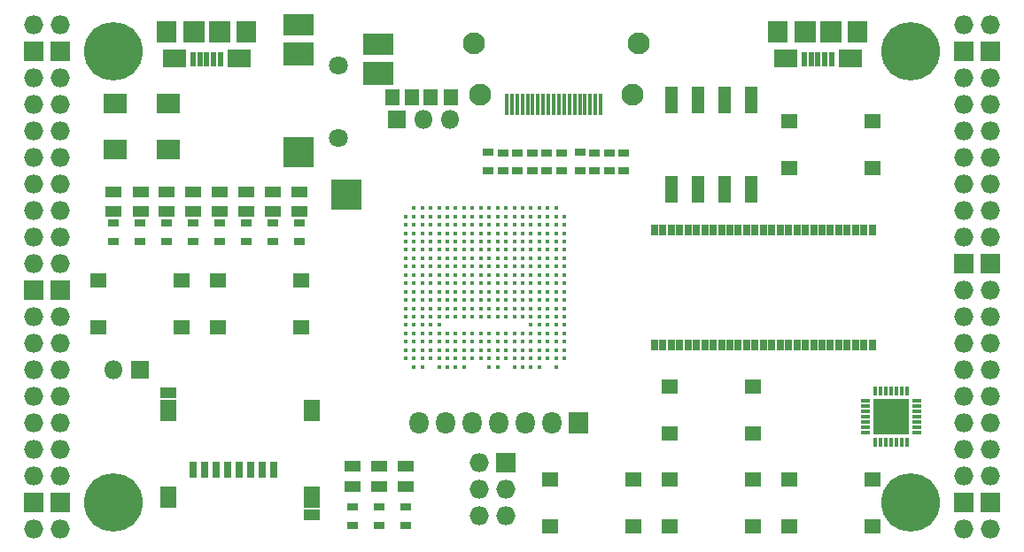
<source format=gts>
G04 #@! TF.GenerationSoftware,KiCad,Pcbnew,5.0.0-rc3+dfsg1-1*
G04 #@! TF.CreationDate,2018-07-07T16:08:11+02:00*
G04 #@! TF.ProjectId,ulx3s,756C7833732E6B696361645F70636200,rev?*
G04 #@! TF.SameCoordinates,Original*
G04 #@! TF.FileFunction,Soldermask,Top*
G04 #@! TF.FilePolarity,Negative*
%FSLAX46Y46*%
G04 Gerber Fmt 4.6, Leading zero omitted, Abs format (unit mm)*
G04 Created by KiCad (PCBNEW 5.0.0-rc3+dfsg1-1) date Sat Jul  7 16:08:11 2018*
%MOMM*%
%LPD*%
G01*
G04 APERTURE LIST*
%ADD10R,0.400000X2.000000*%
%ADD11C,2.100000*%
%ADD12R,1.220000X2.540000*%
%ADD13R,0.660000X1.000000*%
%ADD14O,1.827200X1.827200*%
%ADD15R,1.827200X1.827200*%
%ADD16C,5.600000*%
%ADD17O,0.950000X0.400000*%
%ADD18O,0.400000X0.950000*%
%ADD19R,1.775000X1.775000*%
%ADD20R,1.827200X2.132000*%
%ADD21O,1.827200X2.132000*%
%ADD22C,0.430000*%
%ADD23R,2.900000X2.100000*%
%ADD24R,2.900000X2.300000*%
%ADD25R,2.900000X2.900000*%
%ADD26C,1.800000*%
%ADD27R,0.800000X1.600000*%
%ADD28R,1.550000X1.000000*%
%ADD29R,1.550000X2.100000*%
%ADD30R,2.300000X1.900000*%
%ADD31R,1.100000X0.770000*%
%ADD32R,1.600000X1.070000*%
%ADD33R,1.800000X1.800000*%
%ADD34O,1.800000X1.800000*%
%ADD35R,1.395000X1.500000*%
%ADD36R,1.900000X2.000000*%
%ADD37R,0.500000X1.450000*%
%ADD38R,2.000000X2.000000*%
%ADD39R,2.200000X1.700000*%
%ADD40R,1.650000X1.400000*%
G04 APERTURE END LIST*
D10*
G04 #@! TO.C,GPDI1*
X149546000Y-70312000D03*
X149046000Y-70312000D03*
X148546000Y-70312000D03*
X148046000Y-70312000D03*
X147546000Y-70312000D03*
X147046000Y-70312000D03*
X146546000Y-70312000D03*
X146046000Y-70312000D03*
X145546000Y-70312000D03*
X145046000Y-70312000D03*
X144546000Y-70312000D03*
X144046000Y-70312000D03*
X143546000Y-70312000D03*
X143046000Y-70312000D03*
X142546000Y-70312000D03*
X142046000Y-70312000D03*
X141546000Y-70312000D03*
X141046000Y-70312000D03*
X140546000Y-70312000D03*
D11*
X152546000Y-69312000D03*
X138046000Y-69312000D03*
X153146000Y-64412000D03*
X137446000Y-64412000D03*
G04 #@! TD*
D12*
G04 #@! TO.C,SW1*
X156330000Y-69815000D03*
X163950000Y-78425000D03*
X158870000Y-69815000D03*
X161410000Y-78425000D03*
X161410000Y-69815000D03*
X158870000Y-78425000D03*
X163950000Y-69815000D03*
X156330000Y-78425000D03*
G04 #@! TD*
D13*
G04 #@! TO.C,U2*
X175493000Y-82270000D03*
X154693000Y-93330000D03*
X155493000Y-93330000D03*
X156293000Y-93330000D03*
X157093000Y-93330000D03*
X157893000Y-93330000D03*
X158693000Y-93330000D03*
X159493000Y-93330000D03*
X160293000Y-93330000D03*
X161093000Y-93330000D03*
X161893000Y-93330000D03*
X162693000Y-93330000D03*
X163493000Y-93330000D03*
X164293000Y-93330000D03*
X165093000Y-93330000D03*
X165893000Y-93330000D03*
X166693000Y-93330000D03*
X167493000Y-93330000D03*
X168293000Y-93330000D03*
X169093000Y-93330000D03*
X169893000Y-93330000D03*
X170693000Y-93330000D03*
X171493000Y-93330000D03*
X172293000Y-93330000D03*
X173093000Y-93330000D03*
X173893000Y-93330000D03*
X174693000Y-93330000D03*
X175493000Y-93330000D03*
X174693000Y-82270000D03*
X173893000Y-82270000D03*
X173093000Y-82270000D03*
X172293000Y-82270000D03*
X171493000Y-82270000D03*
X170693000Y-82270000D03*
X169893000Y-82270000D03*
X169093000Y-82270000D03*
X168293000Y-82270000D03*
X167493000Y-82270000D03*
X166693000Y-82270000D03*
X165893000Y-82270000D03*
X165093000Y-82270000D03*
X164293000Y-82270000D03*
X163493000Y-82270000D03*
X162693000Y-82270000D03*
X161893000Y-82270000D03*
X161093000Y-82270000D03*
X160293000Y-82270000D03*
X159493000Y-82270000D03*
X158693000Y-82270000D03*
X157893000Y-82270000D03*
X157093000Y-82270000D03*
X156293000Y-82270000D03*
X155493000Y-82270000D03*
X154693000Y-82270000D03*
G04 #@! TD*
D14*
G04 #@! TO.C,J1*
X97910000Y-62690000D03*
X95370000Y-62690000D03*
D15*
X97910000Y-65230000D03*
X95370000Y-65230000D03*
D14*
X97910000Y-67770000D03*
X95370000Y-67770000D03*
X97910000Y-70310000D03*
X95370000Y-70310000D03*
X97910000Y-72850000D03*
X95370000Y-72850000D03*
X97910000Y-75390000D03*
X95370000Y-75390000D03*
X97910000Y-77930000D03*
X95370000Y-77930000D03*
X97910000Y-80470000D03*
X95370000Y-80470000D03*
X97910000Y-83010000D03*
X95370000Y-83010000D03*
X97910000Y-85550000D03*
X95370000Y-85550000D03*
D15*
X97910000Y-88090000D03*
X95370000Y-88090000D03*
D14*
X97910000Y-90630000D03*
X95370000Y-90630000D03*
X97910000Y-93170000D03*
X95370000Y-93170000D03*
X97910000Y-95710000D03*
X95370000Y-95710000D03*
X97910000Y-98250000D03*
X95370000Y-98250000D03*
X97910000Y-100790000D03*
X95370000Y-100790000D03*
X97910000Y-103330000D03*
X95370000Y-103330000D03*
X97910000Y-105870000D03*
X95370000Y-105870000D03*
D15*
X97910000Y-108410000D03*
X95370000Y-108410000D03*
D14*
X97910000Y-110950000D03*
X95370000Y-110950000D03*
G04 #@! TD*
G04 #@! TO.C,J2*
X184270000Y-110950000D03*
X186810000Y-110950000D03*
D15*
X184270000Y-108410000D03*
X186810000Y-108410000D03*
D14*
X184270000Y-105870000D03*
X186810000Y-105870000D03*
X184270000Y-103330000D03*
X186810000Y-103330000D03*
X184270000Y-100790000D03*
X186810000Y-100790000D03*
X184270000Y-98250000D03*
X186810000Y-98250000D03*
X184270000Y-95710000D03*
X186810000Y-95710000D03*
X184270000Y-93170000D03*
X186810000Y-93170000D03*
X184270000Y-90630000D03*
X186810000Y-90630000D03*
X184270000Y-88090000D03*
X186810000Y-88090000D03*
D15*
X184270000Y-85550000D03*
X186810000Y-85550000D03*
D14*
X184270000Y-83010000D03*
X186810000Y-83010000D03*
X184270000Y-80470000D03*
X186810000Y-80470000D03*
X184270000Y-77930000D03*
X186810000Y-77930000D03*
X184270000Y-75390000D03*
X186810000Y-75390000D03*
X184270000Y-72850000D03*
X186810000Y-72850000D03*
X184270000Y-70310000D03*
X186810000Y-70310000D03*
X184270000Y-67770000D03*
X186810000Y-67770000D03*
D15*
X184270000Y-65230000D03*
X186810000Y-65230000D03*
D14*
X184270000Y-62690000D03*
X186810000Y-62690000D03*
G04 #@! TD*
D16*
G04 #@! TO.C,H1*
X102990000Y-108410000D03*
G04 #@! TD*
G04 #@! TO.C,H2*
X179190000Y-108410000D03*
G04 #@! TD*
G04 #@! TO.C,H3*
X179190000Y-65230000D03*
G04 #@! TD*
G04 #@! TO.C,H4*
X102990000Y-65230000D03*
G04 #@! TD*
D15*
G04 #@! TO.C,J4*
X140455000Y-104600000D03*
D14*
X137915000Y-104600000D03*
X140455000Y-107140000D03*
X137915000Y-107140000D03*
X140455000Y-109680000D03*
X137915000Y-109680000D03*
G04 #@! TD*
D17*
G04 #@! TO.C,U8*
X179735000Y-101655000D03*
X179735000Y-101155000D03*
X179735000Y-100655000D03*
X179735000Y-100155000D03*
X179735000Y-99655000D03*
X179735000Y-99155000D03*
X179735000Y-98655000D03*
D18*
X178785000Y-97705000D03*
X178285000Y-97705000D03*
X177785000Y-97705000D03*
X177285000Y-97705000D03*
X176785000Y-97705000D03*
X176285000Y-97705000D03*
X175785000Y-97705000D03*
D17*
X174835000Y-98655000D03*
X174835000Y-99155000D03*
X174835000Y-99655000D03*
X174835000Y-100155000D03*
X174835000Y-100655000D03*
X174835000Y-101155000D03*
X174835000Y-101655000D03*
D18*
X175785000Y-102605000D03*
X176285000Y-102605000D03*
X176785000Y-102605000D03*
X177285000Y-102605000D03*
X177785000Y-102605000D03*
X178285000Y-102605000D03*
X178785000Y-102605000D03*
D19*
X176447500Y-99317500D03*
X176447500Y-100992500D03*
X178122500Y-99317500D03*
X178122500Y-100992500D03*
G04 #@! TD*
D20*
G04 #@! TO.C,OLED1*
X147440000Y-100790000D03*
D21*
X144900000Y-100790000D03*
X142360000Y-100790000D03*
X139820000Y-100790000D03*
X137280000Y-100790000D03*
X134740000Y-100790000D03*
X132200000Y-100790000D03*
G04 #@! TD*
D22*
G04 #@! TO.C,U1*
X131680000Y-80200000D03*
X132480000Y-80200000D03*
X133280000Y-80200000D03*
X134080000Y-80200000D03*
X134880000Y-80200000D03*
X135680000Y-80200000D03*
X136480000Y-80200000D03*
X137280000Y-80200000D03*
X138080000Y-80200000D03*
X138880000Y-80200000D03*
X139680000Y-80200000D03*
X140480000Y-80200000D03*
X141280000Y-80200000D03*
X142080000Y-80200000D03*
X142880000Y-80200000D03*
X143680000Y-80200000D03*
X144480000Y-80200000D03*
X145280000Y-80200000D03*
X130880000Y-81000000D03*
X131680000Y-81000000D03*
X132480000Y-81000000D03*
X133280000Y-81000000D03*
X134080000Y-81000000D03*
X134880000Y-81000000D03*
X135680000Y-81000000D03*
X136480000Y-81000000D03*
X137280000Y-81000000D03*
X138080000Y-81000000D03*
X138880000Y-81000000D03*
X139680000Y-81000000D03*
X140480000Y-81000000D03*
X141280000Y-81000000D03*
X142080000Y-81000000D03*
X142880000Y-81000000D03*
X143680000Y-81000000D03*
X144480000Y-81000000D03*
X145280000Y-81000000D03*
X146080000Y-81000000D03*
X130880000Y-81800000D03*
X131680000Y-81800000D03*
X132480000Y-81800000D03*
X133280000Y-81800000D03*
X134080000Y-81800000D03*
X134880000Y-81800000D03*
X135680000Y-81800000D03*
X136480000Y-81800000D03*
X137280000Y-81800000D03*
X138080000Y-81800000D03*
X138880000Y-81800000D03*
X139680000Y-81800000D03*
X140480000Y-81800000D03*
X141280000Y-81800000D03*
X142080000Y-81800000D03*
X142880000Y-81800000D03*
X143680000Y-81800000D03*
X144480000Y-81800000D03*
X145280000Y-81800000D03*
X146080000Y-81800000D03*
X130880000Y-82600000D03*
X131680000Y-82600000D03*
X132480000Y-82600000D03*
X133280000Y-82600000D03*
X134080000Y-82600000D03*
X134880000Y-82600000D03*
X135680000Y-82600000D03*
X136480000Y-82600000D03*
X137280000Y-82600000D03*
X138080000Y-82600000D03*
X138880000Y-82600000D03*
X139680000Y-82600000D03*
X140480000Y-82600000D03*
X141280000Y-82600000D03*
X142080000Y-82600000D03*
X142880000Y-82600000D03*
X143680000Y-82600000D03*
X144480000Y-82600000D03*
X145280000Y-82600000D03*
X146080000Y-82600000D03*
X130880000Y-83400000D03*
X131680000Y-83400000D03*
X132480000Y-83400000D03*
X133280000Y-83400000D03*
X134080000Y-83400000D03*
X134880000Y-83400000D03*
X135680000Y-83400000D03*
X136480000Y-83400000D03*
X137280000Y-83400000D03*
X138080000Y-83400000D03*
X138880000Y-83400000D03*
X139680000Y-83400000D03*
X140480000Y-83400000D03*
X141280000Y-83400000D03*
X142080000Y-83400000D03*
X142880000Y-83400000D03*
X143680000Y-83400000D03*
X144480000Y-83400000D03*
X145280000Y-83400000D03*
X146080000Y-83400000D03*
X130880000Y-84200000D03*
X131680000Y-84200000D03*
X132480000Y-84200000D03*
X133280000Y-84200000D03*
X134080000Y-84200000D03*
X134880000Y-84200000D03*
X135680000Y-84200000D03*
X136480000Y-84200000D03*
X137280000Y-84200000D03*
X138080000Y-84200000D03*
X138880000Y-84200000D03*
X139680000Y-84200000D03*
X140480000Y-84200000D03*
X141280000Y-84200000D03*
X142080000Y-84200000D03*
X142880000Y-84200000D03*
X143680000Y-84200000D03*
X144480000Y-84200000D03*
X145280000Y-84200000D03*
X146080000Y-84200000D03*
X130880000Y-85000000D03*
X131680000Y-85000000D03*
X132480000Y-85000000D03*
X133280000Y-85000000D03*
X134080000Y-85000000D03*
X134880000Y-85000000D03*
X135680000Y-85000000D03*
X136480000Y-85000000D03*
X137280000Y-85000000D03*
X138080000Y-85000000D03*
X138880000Y-85000000D03*
X139680000Y-85000000D03*
X140480000Y-85000000D03*
X141280000Y-85000000D03*
X142080000Y-85000000D03*
X142880000Y-85000000D03*
X143680000Y-85000000D03*
X144480000Y-85000000D03*
X145280000Y-85000000D03*
X146080000Y-85000000D03*
X130880000Y-85800000D03*
X131680000Y-85800000D03*
X132480000Y-85800000D03*
X133280000Y-85800000D03*
X134080000Y-85800000D03*
X134880000Y-85800000D03*
X135680000Y-85800000D03*
X136480000Y-85800000D03*
X137280000Y-85800000D03*
X138080000Y-85800000D03*
X138880000Y-85800000D03*
X139680000Y-85800000D03*
X140480000Y-85800000D03*
X141280000Y-85800000D03*
X142080000Y-85800000D03*
X142880000Y-85800000D03*
X143680000Y-85800000D03*
X144480000Y-85800000D03*
X145280000Y-85800000D03*
X146080000Y-85800000D03*
X130880000Y-86600000D03*
X131680000Y-86600000D03*
X132480000Y-86600000D03*
X133280000Y-86600000D03*
X134080000Y-86600000D03*
X134880000Y-86600000D03*
X135680000Y-86600000D03*
X136480000Y-86600000D03*
X137280000Y-86600000D03*
X138080000Y-86600000D03*
X138880000Y-86600000D03*
X139680000Y-86600000D03*
X140480000Y-86600000D03*
X141280000Y-86600000D03*
X142080000Y-86600000D03*
X142880000Y-86600000D03*
X143680000Y-86600000D03*
X144480000Y-86600000D03*
X145280000Y-86600000D03*
X146080000Y-86600000D03*
X130880000Y-87400000D03*
X131680000Y-87400000D03*
X132480000Y-87400000D03*
X133280000Y-87400000D03*
X134080000Y-87400000D03*
X134880000Y-87400000D03*
X135680000Y-87400000D03*
X136480000Y-87400000D03*
X137280000Y-87400000D03*
X138080000Y-87400000D03*
X138880000Y-87400000D03*
X139680000Y-87400000D03*
X140480000Y-87400000D03*
X141280000Y-87400000D03*
X142080000Y-87400000D03*
X142880000Y-87400000D03*
X143680000Y-87400000D03*
X144480000Y-87400000D03*
X145280000Y-87400000D03*
X146080000Y-87400000D03*
X130880000Y-88200000D03*
X131680000Y-88200000D03*
X132480000Y-88200000D03*
X133280000Y-88200000D03*
X134080000Y-88200000D03*
X134880000Y-88200000D03*
X135680000Y-88200000D03*
X136480000Y-88200000D03*
X137280000Y-88200000D03*
X138080000Y-88200000D03*
X138880000Y-88200000D03*
X139680000Y-88200000D03*
X140480000Y-88200000D03*
X141280000Y-88200000D03*
X142080000Y-88200000D03*
X142880000Y-88200000D03*
X143680000Y-88200000D03*
X144480000Y-88200000D03*
X145280000Y-88200000D03*
X146080000Y-88200000D03*
X130880000Y-89000000D03*
X131680000Y-89000000D03*
X132480000Y-89000000D03*
X133280000Y-89000000D03*
X134080000Y-89000000D03*
X134880000Y-89000000D03*
X135680000Y-89000000D03*
X136480000Y-89000000D03*
X137280000Y-89000000D03*
X138080000Y-89000000D03*
X138880000Y-89000000D03*
X139680000Y-89000000D03*
X140480000Y-89000000D03*
X141280000Y-89000000D03*
X142080000Y-89000000D03*
X142880000Y-89000000D03*
X143680000Y-89000000D03*
X144480000Y-89000000D03*
X145280000Y-89000000D03*
X146080000Y-89000000D03*
X130880000Y-89800000D03*
X131680000Y-89800000D03*
X132480000Y-89800000D03*
X133280000Y-89800000D03*
X134080000Y-89800000D03*
X134880000Y-89800000D03*
X135680000Y-89800000D03*
X136480000Y-89800000D03*
X137280000Y-89800000D03*
X138080000Y-89800000D03*
X138880000Y-89800000D03*
X139680000Y-89800000D03*
X140480000Y-89800000D03*
X141280000Y-89800000D03*
X142080000Y-89800000D03*
X142880000Y-89800000D03*
X143680000Y-89800000D03*
X144480000Y-89800000D03*
X145280000Y-89800000D03*
X146080000Y-89800000D03*
X130880000Y-90600000D03*
X131680000Y-90600000D03*
X132480000Y-90600000D03*
X133280000Y-90600000D03*
X134080000Y-90600000D03*
X134880000Y-90600000D03*
X135680000Y-90600000D03*
X136480000Y-90600000D03*
X137280000Y-90600000D03*
X138080000Y-90600000D03*
X138880000Y-90600000D03*
X139680000Y-90600000D03*
X140480000Y-90600000D03*
X141280000Y-90600000D03*
X142080000Y-90600000D03*
X142880000Y-90600000D03*
X143680000Y-90600000D03*
X144480000Y-90600000D03*
X145280000Y-90600000D03*
X146080000Y-90600000D03*
X130880000Y-91400000D03*
X131680000Y-91400000D03*
X132480000Y-91400000D03*
X133280000Y-91400000D03*
X134080000Y-91400000D03*
X142880000Y-91400000D03*
X143680000Y-91400000D03*
X144480000Y-91400000D03*
X145280000Y-91400000D03*
X146080000Y-91400000D03*
X130880000Y-92200000D03*
X131680000Y-92200000D03*
X132480000Y-92200000D03*
X133280000Y-92200000D03*
X134080000Y-92200000D03*
X134880000Y-92200000D03*
X135680000Y-92200000D03*
X136480000Y-92200000D03*
X137280000Y-92200000D03*
X138080000Y-92200000D03*
X138880000Y-92200000D03*
X139680000Y-92200000D03*
X140480000Y-92200000D03*
X141280000Y-92200000D03*
X142080000Y-92200000D03*
X142880000Y-92200000D03*
X143680000Y-92200000D03*
X144480000Y-92200000D03*
X145280000Y-92200000D03*
X146080000Y-92200000D03*
X130880000Y-93000000D03*
X131680000Y-93000000D03*
X132480000Y-93000000D03*
X133280000Y-93000000D03*
X134080000Y-93000000D03*
X134880000Y-93000000D03*
X135680000Y-93000000D03*
X136480000Y-93000000D03*
X137280000Y-93000000D03*
X138080000Y-93000000D03*
X138880000Y-93000000D03*
X139680000Y-93000000D03*
X140480000Y-93000000D03*
X141280000Y-93000000D03*
X142080000Y-93000000D03*
X142880000Y-93000000D03*
X143680000Y-93000000D03*
X144480000Y-93000000D03*
X145280000Y-93000000D03*
X146080000Y-93000000D03*
X130880000Y-93800000D03*
X131680000Y-93800000D03*
X132480000Y-93800000D03*
X133280000Y-93800000D03*
X134080000Y-93800000D03*
X134880000Y-93800000D03*
X135680000Y-93800000D03*
X136480000Y-93800000D03*
X137280000Y-93800000D03*
X138080000Y-93800000D03*
X138880000Y-93800000D03*
X139680000Y-93800000D03*
X140480000Y-93800000D03*
X141280000Y-93800000D03*
X142080000Y-93800000D03*
X142880000Y-93800000D03*
X143680000Y-93800000D03*
X144480000Y-93800000D03*
X145280000Y-93800000D03*
X146080000Y-93800000D03*
X130880000Y-94600000D03*
X131680000Y-94600000D03*
X132480000Y-94600000D03*
X133280000Y-94600000D03*
X134080000Y-94600000D03*
X134880000Y-94600000D03*
X135680000Y-94600000D03*
X136480000Y-94600000D03*
X137280000Y-94600000D03*
X138080000Y-94600000D03*
X138880000Y-94600000D03*
X139680000Y-94600000D03*
X140480000Y-94600000D03*
X141280000Y-94600000D03*
X142080000Y-94600000D03*
X142880000Y-94600000D03*
X143680000Y-94600000D03*
X144480000Y-94600000D03*
X145280000Y-94600000D03*
X146080000Y-94600000D03*
X131680000Y-95400000D03*
X132480000Y-95400000D03*
X134080000Y-95400000D03*
X134880000Y-95400000D03*
X135680000Y-95400000D03*
X136480000Y-95400000D03*
X138880000Y-95400000D03*
X139680000Y-95400000D03*
X141280000Y-95400000D03*
X142080000Y-95400000D03*
X142880000Y-95400000D03*
X143680000Y-95400000D03*
X145280000Y-95400000D03*
G04 #@! TD*
D23*
G04 #@! TO.C,AUDIO1*
X120668000Y-62618000D03*
D24*
X120668000Y-65418000D03*
D25*
X120668000Y-74818000D03*
X125218000Y-78918000D03*
D24*
X128268000Y-67318000D03*
D23*
X128268000Y-64518000D03*
D26*
X124468000Y-66518000D03*
X124468000Y-73518000D03*
G04 #@! TD*
D27*
G04 #@! TO.C,SD1*
X118250000Y-105250000D03*
X117150000Y-105250000D03*
X116050000Y-105250000D03*
X114950000Y-105250000D03*
X113850000Y-105250000D03*
X112750000Y-105250000D03*
X111650000Y-105250000D03*
X110550000Y-105250000D03*
D28*
X121925000Y-109550000D03*
X108175000Y-97850000D03*
D29*
X108175000Y-107850000D03*
X121925000Y-107850000D03*
X121925000Y-99550000D03*
X108175000Y-99550000D03*
G04 #@! TD*
D30*
G04 #@! TO.C,Y1*
X108212000Y-70160000D03*
X103132000Y-70160000D03*
X103132000Y-74560000D03*
X108212000Y-74560000D03*
G04 #@! TD*
D31*
G04 #@! TO.C,C36*
X150361000Y-76646000D03*
X150361000Y-74896000D03*
G04 #@! TD*
G04 #@! TO.C,C37*
X151758000Y-74896000D03*
X151758000Y-76646000D03*
G04 #@! TD*
G04 #@! TO.C,C38*
X140201000Y-74896000D03*
X140201000Y-76646000D03*
G04 #@! TD*
G04 #@! TO.C,C39*
X142995000Y-76646000D03*
X142995000Y-74896000D03*
G04 #@! TD*
G04 #@! TO.C,C40*
X145789000Y-76646000D03*
X145789000Y-74896000D03*
G04 #@! TD*
G04 #@! TO.C,C41*
X148964000Y-74896000D03*
X148964000Y-76646000D03*
G04 #@! TD*
G04 #@! TO.C,C42*
X138742800Y-76638600D03*
X138742800Y-74888600D03*
G04 #@! TD*
G04 #@! TO.C,C43*
X141598000Y-74896000D03*
X141598000Y-76646000D03*
G04 #@! TD*
G04 #@! TO.C,C44*
X144392000Y-74896000D03*
X144392000Y-76646000D03*
G04 #@! TD*
G04 #@! TO.C,C45*
X147567000Y-76634000D03*
X147567000Y-74884000D03*
G04 #@! TD*
D32*
G04 #@! TO.C,D19*
X130930000Y-106825000D03*
X130930000Y-104915000D03*
G04 #@! TD*
G04 #@! TO.C,D0*
X120770000Y-78644000D03*
X120770000Y-80554000D03*
G04 #@! TD*
G04 #@! TO.C,D1*
X118230000Y-80554000D03*
X118230000Y-78644000D03*
G04 #@! TD*
G04 #@! TO.C,D2*
X115690000Y-78644000D03*
X115690000Y-80554000D03*
G04 #@! TD*
G04 #@! TO.C,D3*
X113150000Y-78644000D03*
X113150000Y-80554000D03*
G04 #@! TD*
G04 #@! TO.C,D4*
X110610000Y-80554000D03*
X110610000Y-78644000D03*
G04 #@! TD*
G04 #@! TO.C,D5*
X108070000Y-80554000D03*
X108070000Y-78644000D03*
G04 #@! TD*
G04 #@! TO.C,D6*
X105545000Y-78644000D03*
X105545000Y-80554000D03*
G04 #@! TD*
G04 #@! TO.C,D7*
X102990000Y-80554000D03*
X102990000Y-78644000D03*
G04 #@! TD*
G04 #@! TO.C,D18*
X128390000Y-106825000D03*
X128390000Y-104915000D03*
G04 #@! TD*
G04 #@! TO.C,D22*
X125850000Y-104915000D03*
X125850000Y-106825000D03*
G04 #@! TD*
D31*
G04 #@! TO.C,R41*
X120770000Y-83377000D03*
X120770000Y-81627000D03*
G04 #@! TD*
G04 #@! TO.C,R42*
X118230000Y-81627000D03*
X118230000Y-83377000D03*
G04 #@! TD*
G04 #@! TO.C,R43*
X115690000Y-83377000D03*
X115690000Y-81627000D03*
G04 #@! TD*
G04 #@! TO.C,R44*
X113150000Y-81627000D03*
X113150000Y-83377000D03*
G04 #@! TD*
G04 #@! TO.C,R45*
X110610000Y-81627000D03*
X110610000Y-83377000D03*
G04 #@! TD*
G04 #@! TO.C,R46*
X108070000Y-83377000D03*
X108070000Y-81627000D03*
G04 #@! TD*
G04 #@! TO.C,R47*
X105530000Y-81627000D03*
X105530000Y-83377000D03*
G04 #@! TD*
G04 #@! TO.C,R48*
X102990000Y-83377000D03*
X102990000Y-81627000D03*
G04 #@! TD*
G04 #@! TO.C,R36*
X128390000Y-110555000D03*
X128390000Y-108805000D03*
G04 #@! TD*
G04 #@! TO.C,R37*
X130930000Y-110555000D03*
X130930000Y-108805000D03*
G04 #@! TD*
G04 #@! TO.C,R62*
X125850000Y-108805000D03*
X125850000Y-110555000D03*
G04 #@! TD*
D33*
G04 #@! TO.C,J3*
X105530000Y-95710000D03*
D34*
X102990000Y-95710000D03*
G04 #@! TD*
D33*
G04 #@! TO.C,J5*
X130056000Y-71725000D03*
D34*
X132596000Y-71725000D03*
X135136000Y-71725000D03*
G04 #@! TD*
D35*
G04 #@! TO.C,RV2*
X131531500Y-69566000D03*
X129596500Y-69566000D03*
G04 #@! TD*
G04 #@! TO.C,RV3*
X133279500Y-69566000D03*
X135214500Y-69566000D03*
G04 #@! TD*
D36*
G04 #@! TO.C,US1*
X108080000Y-63325000D03*
X115680000Y-63325000D03*
D37*
X110580000Y-66000000D03*
X111230000Y-66000000D03*
X111880000Y-66000000D03*
X112530000Y-66000000D03*
X113180000Y-66000000D03*
D38*
X110680000Y-63325000D03*
X113080000Y-63325000D03*
D39*
X108780000Y-65875000D03*
X114980000Y-65875000D03*
G04 #@! TD*
G04 #@! TO.C,US2*
X173400000Y-65875000D03*
X167200000Y-65875000D03*
D38*
X171500000Y-63325000D03*
X169100000Y-63325000D03*
D37*
X171600000Y-66000000D03*
X170950000Y-66000000D03*
X170300000Y-66000000D03*
X169650000Y-66000000D03*
X169000000Y-66000000D03*
D36*
X174100000Y-63325000D03*
X166500000Y-63325000D03*
G04 #@! TD*
D40*
G04 #@! TO.C,B0*
X175550000Y-71870000D03*
X175550000Y-76370000D03*
X167590000Y-76370000D03*
X167590000Y-71870000D03*
G04 #@! TD*
G04 #@! TO.C,B1*
X109510000Y-91610000D03*
X109510000Y-87110000D03*
X101550000Y-87110000D03*
X101550000Y-91610000D03*
G04 #@! TD*
G04 #@! TO.C,B2*
X112980000Y-91610000D03*
X112980000Y-87110000D03*
X120940000Y-87110000D03*
X120940000Y-91610000D03*
G04 #@! TD*
G04 #@! TO.C,B3*
X164120000Y-101770000D03*
X164120000Y-97270000D03*
X156160000Y-97270000D03*
X156160000Y-101770000D03*
G04 #@! TD*
G04 #@! TO.C,B4*
X164120000Y-106160000D03*
X164120000Y-110660000D03*
X156160000Y-110660000D03*
X156160000Y-106160000D03*
G04 #@! TD*
G04 #@! TO.C,B5*
X144730000Y-106160000D03*
X144730000Y-110660000D03*
X152690000Y-110660000D03*
X152690000Y-106160000D03*
G04 #@! TD*
G04 #@! TO.C,B6*
X175550000Y-106160000D03*
X175550000Y-110660000D03*
X167590000Y-110660000D03*
X167590000Y-106160000D03*
G04 #@! TD*
M02*

</source>
